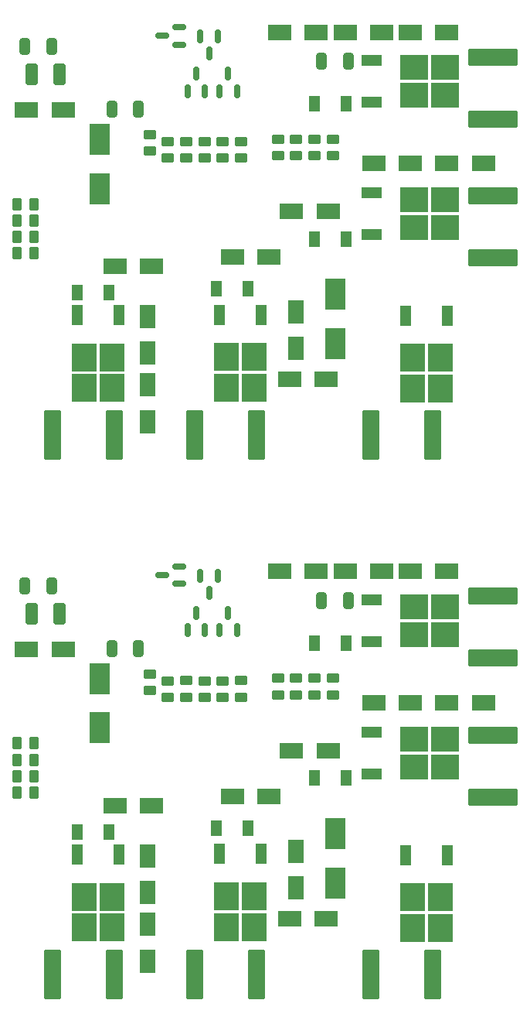
<source format=gbp>
G04 #@! TF.GenerationSoftware,KiCad,Pcbnew,6.0.7+dfsg-1+b1*
G04 #@! TF.CreationDate,2022-09-08T22:48:16+01:00*
G04 #@! TF.ProjectId,panel,70616e65-6c2e-46b6-9963-61645f706362,rev?*
G04 #@! TF.SameCoordinates,Original*
G04 #@! TF.FileFunction,Paste,Bot*
G04 #@! TF.FilePolarity,Positive*
%FSLAX46Y46*%
G04 Gerber Fmt 4.6, Leading zero omitted, Abs format (unit mm)*
G04 Created by KiCad (PCBNEW 6.0.7+dfsg-1+b1) date 2022-09-08 22:48:16*
%MOMM*%
%LPD*%
G01*
G04 APERTURE LIST*
G04 Aperture macros list*
%AMRoundRect*
0 Rectangle with rounded corners*
0 $1 Rounding radius*
0 $2 $3 $4 $5 $6 $7 $8 $9 X,Y pos of 4 corners*
0 Add a 4 corners polygon primitive as box body*
4,1,4,$2,$3,$4,$5,$6,$7,$8,$9,$2,$3,0*
0 Add four circle primitives for the rounded corners*
1,1,$1+$1,$2,$3*
1,1,$1+$1,$4,$5*
1,1,$1+$1,$6,$7*
1,1,$1+$1,$8,$9*
0 Add four rect primitives between the rounded corners*
20,1,$1+$1,$2,$3,$4,$5,0*
20,1,$1+$1,$4,$5,$6,$7,0*
20,1,$1+$1,$6,$7,$8,$9,0*
20,1,$1+$1,$8,$9,$2,$3,0*%
G04 Aperture macros list end*
%ADD10RoundRect,0.250000X0.262500X0.450000X-0.262500X0.450000X-0.262500X-0.450000X0.262500X-0.450000X0*%
%ADD11R,2.500000X1.800000*%
%ADD12RoundRect,0.250000X-0.450000X0.262500X-0.450000X-0.262500X0.450000X-0.262500X0.450000X0.262500X0*%
%ADD13RoundRect,0.250000X0.325000X0.650000X-0.325000X0.650000X-0.325000X-0.650000X0.325000X-0.650000X0*%
%ADD14R,1.300000X1.700000*%
%ADD15RoundRect,0.250000X-2.475000X0.712500X-2.475000X-0.712500X2.475000X-0.712500X2.475000X0.712500X0*%
%ADD16R,2.300000X3.500000*%
%ADD17R,1.800000X2.500000*%
%ADD18RoundRect,0.150000X0.150000X-0.587500X0.150000X0.587500X-0.150000X0.587500X-0.150000X-0.587500X0*%
%ADD19RoundRect,0.250000X-0.325000X-0.650000X0.325000X-0.650000X0.325000X0.650000X-0.325000X0.650000X0*%
%ADD20RoundRect,0.150000X-0.150000X0.587500X-0.150000X-0.587500X0.150000X-0.587500X0.150000X0.587500X0*%
%ADD21RoundRect,0.250000X-0.412500X-0.925000X0.412500X-0.925000X0.412500X0.925000X-0.412500X0.925000X0*%
%ADD22RoundRect,0.150000X0.587500X0.150000X-0.587500X0.150000X-0.587500X-0.150000X0.587500X-0.150000X0*%
%ADD23R,2.750000X3.050000*%
%ADD24R,1.200000X2.200000*%
%ADD25RoundRect,0.250000X0.712500X2.475000X-0.712500X2.475000X-0.712500X-2.475000X0.712500X-2.475000X0*%
%ADD26R,3.050000X2.750000*%
%ADD27R,2.200000X1.200000*%
%ADD28RoundRect,0.250000X-0.712500X-2.475000X0.712500X-2.475000X0.712500X2.475000X-0.712500X2.475000X0*%
G04 APERTURE END LIST*
D10*
X33512500Y-49700000D03*
X31687500Y-49700000D03*
D11*
X46375000Y-115500000D03*
X42375000Y-115500000D03*
D12*
X64250000Y-101587500D03*
X64250000Y-103412500D03*
X60250000Y-42587500D03*
X60250000Y-44412500D03*
D13*
X44975000Y-98300000D03*
X42025000Y-98300000D03*
D14*
X57000000Y-59000000D03*
X53500000Y-59000000D03*
D13*
X67975000Y-93100000D03*
X65025000Y-93100000D03*
D15*
X83800000Y-92612500D03*
X83800000Y-99387500D03*
D11*
X78750000Y-45250000D03*
X82750000Y-45250000D03*
D12*
X54200000Y-42850000D03*
X54200000Y-44675000D03*
X48200000Y-42850000D03*
X48200000Y-44675000D03*
D16*
X40700000Y-42600000D03*
X40700000Y-48000000D03*
D11*
X46375000Y-56500000D03*
X42375000Y-56500000D03*
D17*
X46000000Y-69500000D03*
X46000000Y-73500000D03*
D12*
X66250000Y-101587500D03*
X66250000Y-103412500D03*
X60250000Y-101587500D03*
X60250000Y-103412500D03*
D16*
X66500000Y-59550000D03*
X66500000Y-64950000D03*
D11*
X70750000Y-104250000D03*
X74750000Y-104250000D03*
D18*
X55750000Y-37337500D03*
X53850000Y-37337500D03*
X54800000Y-35462500D03*
D17*
X62250000Y-120500000D03*
X62250000Y-124500000D03*
D19*
X32525000Y-91500000D03*
X35475000Y-91500000D03*
D11*
X59250000Y-55500000D03*
X55250000Y-55500000D03*
D17*
X46000000Y-128500000D03*
X46000000Y-132500000D03*
D20*
X51750000Y-90362500D03*
X53650000Y-90362500D03*
X52700000Y-92237500D03*
D10*
X33512500Y-53300000D03*
X31687500Y-53300000D03*
D21*
X33262500Y-94500000D03*
X36337500Y-94500000D03*
D17*
X62250000Y-61500000D03*
X62250000Y-65500000D03*
D22*
X49437500Y-89350000D03*
X49437500Y-91250000D03*
X47562500Y-90300000D03*
D11*
X61500000Y-68900000D03*
X65500000Y-68900000D03*
D23*
X78025000Y-66525000D03*
X74975000Y-66525000D03*
X74975000Y-69875000D03*
X78025000Y-69875000D03*
D24*
X74220000Y-61900000D03*
X78780000Y-61900000D03*
D15*
X83800000Y-107812500D03*
X83800000Y-114587500D03*
D11*
X67600000Y-30900000D03*
X71600000Y-30900000D03*
D13*
X44975000Y-39300000D03*
X42025000Y-39300000D03*
D14*
X57000000Y-118000000D03*
X53500000Y-118000000D03*
D19*
X32525000Y-32500000D03*
X35475000Y-32500000D03*
D12*
X56200000Y-101837500D03*
X56200000Y-103662500D03*
X64250000Y-42587500D03*
X64250000Y-44412500D03*
D14*
X41750000Y-118400000D03*
X38250000Y-118400000D03*
D12*
X50200000Y-101837500D03*
X50200000Y-103662500D03*
D25*
X42287500Y-134000000D03*
X35512500Y-134000000D03*
D11*
X70750000Y-45250000D03*
X74750000Y-45250000D03*
X64400000Y-30900000D03*
X60400000Y-30900000D03*
D12*
X46200000Y-101087500D03*
X46200000Y-102912500D03*
D25*
X57887500Y-75000000D03*
X51112500Y-75000000D03*
D26*
X78525000Y-111275000D03*
X75175000Y-111275000D03*
X75175000Y-108225000D03*
X78525000Y-108225000D03*
D27*
X70550000Y-112030000D03*
X70550000Y-107470000D03*
D11*
X64400000Y-89900000D03*
X60400000Y-89900000D03*
D12*
X48200000Y-101850000D03*
X48200000Y-103675000D03*
D18*
X55750000Y-96337500D03*
X53850000Y-96337500D03*
X54800000Y-94462500D03*
D23*
X57650000Y-69775000D03*
X57650000Y-66425000D03*
X54600000Y-69775000D03*
X54600000Y-66425000D03*
D24*
X53845000Y-61800000D03*
X58405000Y-61800000D03*
D11*
X74750000Y-30900000D03*
X78750000Y-30900000D03*
D13*
X67975000Y-34100000D03*
X65025000Y-34100000D03*
D23*
X42075000Y-69825000D03*
X39025000Y-66475000D03*
X39025000Y-69825000D03*
X42075000Y-66475000D03*
D24*
X38270000Y-61850000D03*
X42830000Y-61850000D03*
D12*
X66250000Y-42587500D03*
X66250000Y-44412500D03*
D16*
X40700000Y-101600000D03*
X40700000Y-107000000D03*
D12*
X56200000Y-42837500D03*
X56200000Y-44662500D03*
D15*
X83800000Y-48812500D03*
X83800000Y-55587500D03*
D11*
X32700000Y-39400000D03*
X36700000Y-39400000D03*
D10*
X33512500Y-114100000D03*
X31687500Y-114100000D03*
D28*
X70412500Y-75000000D03*
X77187500Y-75000000D03*
D10*
X33512500Y-51500000D03*
X31687500Y-51500000D03*
D12*
X62250000Y-101587500D03*
X62250000Y-103412500D03*
D16*
X66500000Y-118550000D03*
X66500000Y-123950000D03*
D11*
X61500000Y-127900000D03*
X65500000Y-127900000D03*
D14*
X64250000Y-97750000D03*
X67750000Y-97750000D03*
D15*
X83800000Y-33612500D03*
X83800000Y-40387500D03*
D20*
X51750000Y-31362500D03*
X53650000Y-31362500D03*
X52700000Y-33237500D03*
D14*
X41750000Y-59400000D03*
X38250000Y-59400000D03*
X64250000Y-112500000D03*
X67750000Y-112500000D03*
D10*
X33512500Y-55100000D03*
X31687500Y-55100000D03*
D25*
X42287500Y-75000000D03*
X35512500Y-75000000D03*
D23*
X74975000Y-128875000D03*
X78025000Y-125525000D03*
X74975000Y-125525000D03*
X78025000Y-128875000D03*
D24*
X74220000Y-120900000D03*
X78780000Y-120900000D03*
D23*
X57650000Y-128775000D03*
X54600000Y-125425000D03*
X54600000Y-128775000D03*
X57650000Y-125425000D03*
D24*
X53845000Y-120800000D03*
X58405000Y-120800000D03*
D12*
X62250000Y-42587500D03*
X62250000Y-44412500D03*
D17*
X46000000Y-121000000D03*
X46000000Y-125000000D03*
D12*
X52200000Y-42850000D03*
X52200000Y-44675000D03*
D14*
X64250000Y-38750000D03*
X67750000Y-38750000D03*
D12*
X46200000Y-42087500D03*
X46200000Y-43912500D03*
D10*
X33512500Y-110500000D03*
X31687500Y-110500000D03*
D23*
X42075000Y-128825000D03*
X39025000Y-128825000D03*
X39025000Y-125475000D03*
X42075000Y-125475000D03*
D24*
X38270000Y-120850000D03*
X42830000Y-120850000D03*
D12*
X52200000Y-101850000D03*
X52200000Y-103675000D03*
X50200000Y-42837500D03*
X50200000Y-44662500D03*
D10*
X33512500Y-108700000D03*
X31687500Y-108700000D03*
D18*
X52250000Y-96337500D03*
X50350000Y-96337500D03*
X51300000Y-94462500D03*
D12*
X54200000Y-101850000D03*
X54200000Y-103675000D03*
D11*
X32700000Y-98400000D03*
X36700000Y-98400000D03*
X59250000Y-114500000D03*
X55250000Y-114500000D03*
X65750000Y-50500000D03*
X61750000Y-50500000D03*
D22*
X49437500Y-30350000D03*
X49437500Y-32250000D03*
X47562500Y-31300000D03*
D25*
X57887500Y-134000000D03*
X51112500Y-134000000D03*
D11*
X65750000Y-109500000D03*
X61750000Y-109500000D03*
X67600000Y-89900000D03*
X71600000Y-89900000D03*
X74750000Y-89900000D03*
X78750000Y-89900000D03*
X78750000Y-104250000D03*
X82750000Y-104250000D03*
D28*
X70412500Y-134000000D03*
X77187500Y-134000000D03*
D26*
X78525000Y-93725000D03*
X75175000Y-96775000D03*
X78525000Y-96775000D03*
X75175000Y-93725000D03*
D27*
X70550000Y-97530000D03*
X70550000Y-92970000D03*
D26*
X78525000Y-34725000D03*
X78525000Y-37775000D03*
X75175000Y-37775000D03*
X75175000Y-34725000D03*
D27*
X70550000Y-38530000D03*
X70550000Y-33970000D03*
D21*
X33262500Y-35500000D03*
X36337500Y-35500000D03*
D10*
X33512500Y-112300000D03*
X31687500Y-112300000D03*
D17*
X46000000Y-62000000D03*
X46000000Y-66000000D03*
D18*
X52250000Y-37337500D03*
X50350000Y-37337500D03*
X51300000Y-35462500D03*
D26*
X78525000Y-49225000D03*
X75175000Y-49225000D03*
X78525000Y-52275000D03*
X75175000Y-52275000D03*
D27*
X70550000Y-53030000D03*
X70550000Y-48470000D03*
D14*
X64250000Y-53500000D03*
X67750000Y-53500000D03*
M02*

</source>
